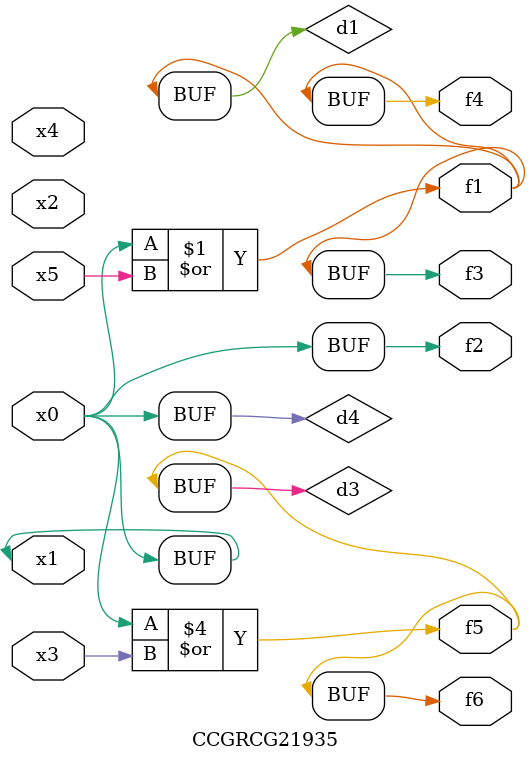
<source format=v>
module CCGRCG21935(
	input x0, x1, x2, x3, x4, x5,
	output f1, f2, f3, f4, f5, f6
);

	wire d1, d2, d3, d4;

	or (d1, x0, x5);
	xnor (d2, x1, x4);
	or (d3, x0, x3);
	buf (d4, x0, x1);
	assign f1 = d1;
	assign f2 = d4;
	assign f3 = d1;
	assign f4 = d1;
	assign f5 = d3;
	assign f6 = d3;
endmodule

</source>
